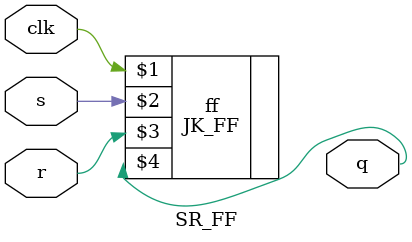
<source format=v>
`timescale 1ns / 1ps

// Author      : Venu Pabbuleti 
// ID          : N180116
//Branch       : ECE
//Project Name : RTL design using Verilog
//Design  Name : SR FLIP FLOP USING JK FLIP FLOP --> JK TO SR FF CONVERSION
//Module  Name : SR_FF
//RGUKT NUZVID 
//////////////////////////////////////////////////////////////////////////////////

module SR_FF(clk,s,r,q);
input clk,s,r;
output q;
JK_FF ff(clk,s,r,q);
endmodule

</source>
